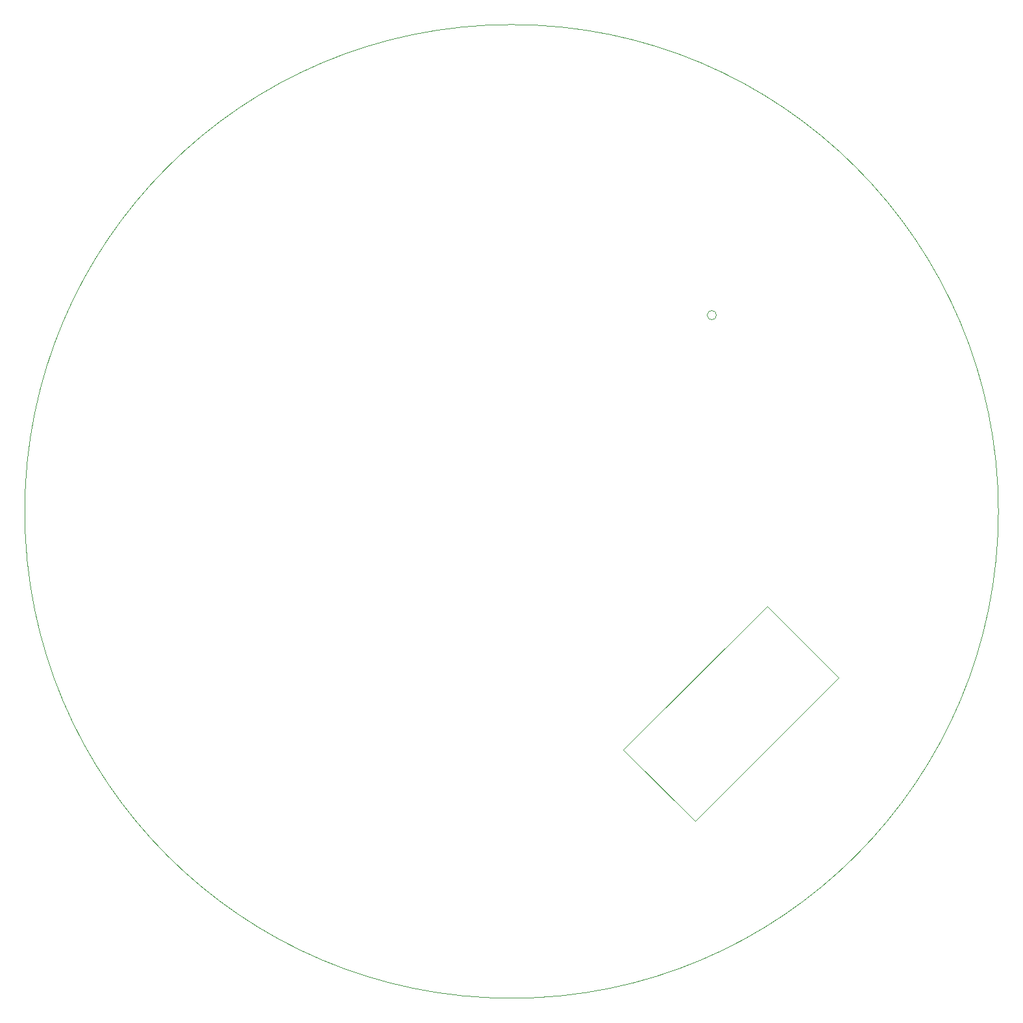
<source format=gm1>
G04 #@! TF.GenerationSoftware,KiCad,Pcbnew,(6.0.6)*
G04 #@! TF.CreationDate,2023-02-05T11:55:43-05:00*
G04 #@! TF.ProjectId,NoseConeBoardV1,4e6f7365-436f-46e6-9542-6f6172645631,rev?*
G04 #@! TF.SameCoordinates,Original*
G04 #@! TF.FileFunction,Profile,NP*
%FSLAX46Y46*%
G04 Gerber Fmt 4.6, Leading zero omitted, Abs format (unit mm)*
G04 Created by KiCad (PCBNEW (6.0.6)) date 2023-02-05 11:55:43*
%MOMM*%
%LPD*%
G01*
G04 APERTURE LIST*
G04 #@! TA.AperFunction,Profile*
%ADD10C,0.100000*%
G04 #@! TD*
G04 #@! TA.AperFunction,Profile*
%ADD11C,0.120000*%
G04 #@! TD*
G04 APERTURE END LIST*
D10*
X273709364Y-150119130D02*
G75*
G03*
X273709364Y-150119130I-63500000J0D01*
G01*
X252871653Y-171804035D02*
X234133324Y-190542364D01*
X224799514Y-181208555D01*
X243537844Y-162470225D01*
X252871653Y-171804035D01*
D11*
X236927037Y-124518199D02*
G75*
G03*
X236927037Y-124518199I-600000J0D01*
G01*
M02*

</source>
